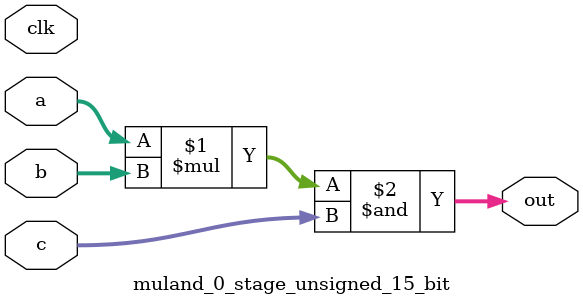
<source format=sv>
(* use_dsp = "yes" *) module muland_0_stage_unsigned_15_bit(
	input  [14:0] a,
	input  [14:0] b,
	input  [14:0] c,
	output [14:0] out,
	input clk);

	assign out = (a * b) & c;
endmodule

</source>
